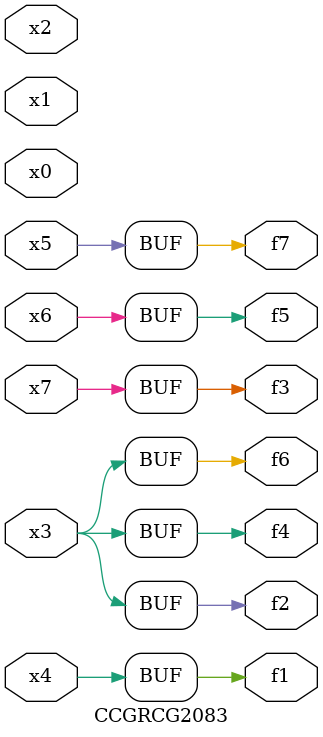
<source format=v>
module CCGRCG2083(
	input x0, x1, x2, x3, x4, x5, x6, x7,
	output f1, f2, f3, f4, f5, f6, f7
);
	assign f1 = x4;
	assign f2 = x3;
	assign f3 = x7;
	assign f4 = x3;
	assign f5 = x6;
	assign f6 = x3;
	assign f7 = x5;
endmodule

</source>
